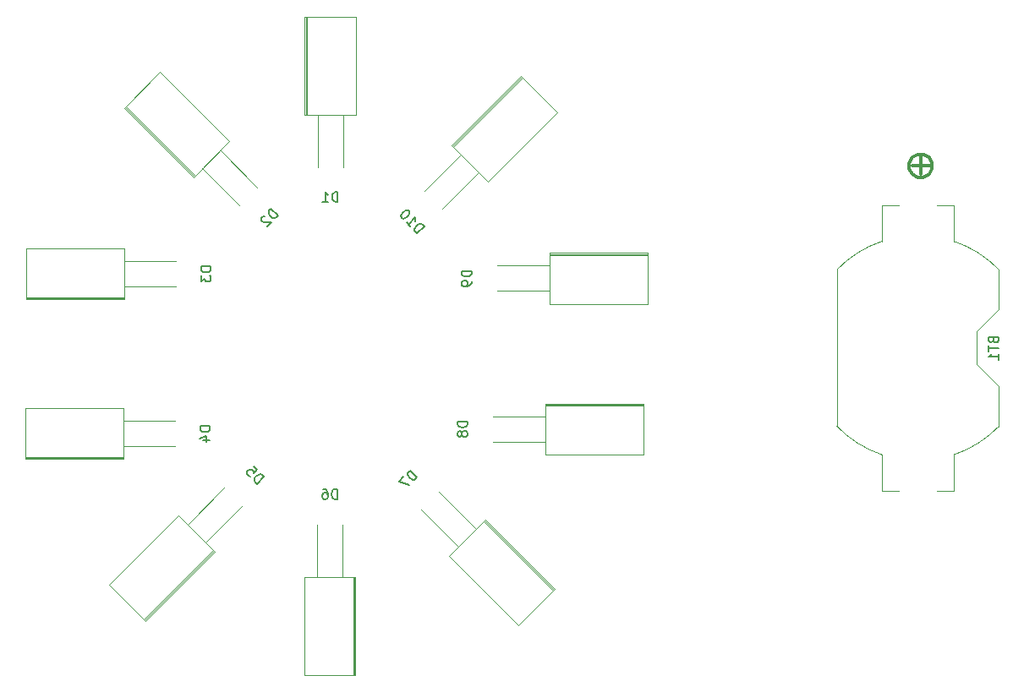
<source format=gbr>
%TF.GenerationSoftware,KiCad,Pcbnew,(5.1.9-0-10_14)*%
%TF.CreationDate,2021-08-25T11:14:01+08:00*%
%TF.ProjectId,osc_bjt_4017,6f73635f-626a-4745-9f34-3031372e6b69,rev?*%
%TF.SameCoordinates,Original*%
%TF.FileFunction,Legend,Bot*%
%TF.FilePolarity,Positive*%
%FSLAX46Y46*%
G04 Gerber Fmt 4.6, Leading zero omitted, Abs format (unit mm)*
G04 Created by KiCad (PCBNEW (5.1.9-0-10_14)) date 2021-08-25 11:14:01*
%MOMM*%
%LPD*%
G01*
G04 APERTURE LIST*
%ADD10C,0.120000*%
%ADD11C,0.150000*%
%ADD12C,0.300000*%
G04 APERTURE END LIST*
D10*
%TO.C,D10*%
X92535534Y-114940131D02*
X99479322Y-107996342D01*
X99479322Y-107996342D02*
X103099709Y-111616729D01*
X103099709Y-111616729D02*
X96155921Y-118560517D01*
X96155921Y-118560517D02*
X92535534Y-114940131D01*
X92620387Y-115024983D02*
X99564175Y-108081195D01*
X92705240Y-115109836D02*
X99649028Y-108166048D01*
X89763675Y-119536325D02*
X93447702Y-115852298D01*
X93447702Y-115852298D02*
X93447702Y-115852298D01*
X93447702Y-115852298D02*
X89763675Y-119536325D01*
X89763675Y-119536325D02*
X89763675Y-119536325D01*
X91559727Y-121332376D02*
X95243753Y-117648350D01*
X95243753Y-117648350D02*
X95243753Y-117648350D01*
X95243753Y-117648350D02*
X91559727Y-121332376D01*
X91559727Y-121332376D02*
X91559727Y-121332376D01*
%TO.C,D9*%
X102290000Y-125710000D02*
X112110000Y-125710000D01*
X112110000Y-125710000D02*
X112110000Y-130830000D01*
X112110000Y-130830000D02*
X102290000Y-130830000D01*
X102290000Y-130830000D02*
X102290000Y-125710000D01*
X102290000Y-125830000D02*
X112110000Y-125830000D01*
X102290000Y-125950000D02*
X112110000Y-125950000D01*
X97080000Y-127000000D02*
X102290000Y-127000000D01*
X102290000Y-127000000D02*
X102290000Y-127000000D01*
X102290000Y-127000000D02*
X97080000Y-127000000D01*
X97080000Y-127000000D02*
X97080000Y-127000000D01*
X97080000Y-129540000D02*
X102290000Y-129540000D01*
X102290000Y-129540000D02*
X102290000Y-129540000D01*
X102290000Y-129540000D02*
X97080000Y-129540000D01*
X97080000Y-129540000D02*
X97080000Y-129540000D01*
%TO.C,D8*%
X101890000Y-140810000D02*
X111710000Y-140810000D01*
X111710000Y-140810000D02*
X111710000Y-145930000D01*
X111710000Y-145930000D02*
X101890000Y-145930000D01*
X101890000Y-145930000D02*
X101890000Y-140810000D01*
X101890000Y-140930000D02*
X111710000Y-140930000D01*
X101890000Y-141050000D02*
X111710000Y-141050000D01*
X96680000Y-142100000D02*
X101890000Y-142100000D01*
X101890000Y-142100000D02*
X101890000Y-142100000D01*
X101890000Y-142100000D02*
X96680000Y-142100000D01*
X96680000Y-142100000D02*
X96680000Y-142100000D01*
X96680000Y-144640000D02*
X101890000Y-144640000D01*
X101890000Y-144640000D02*
X101890000Y-144640000D01*
X101890000Y-144640000D02*
X96680000Y-144640000D01*
X96680000Y-144640000D02*
X96680000Y-144640000D01*
%TO.C,D7*%
X95859869Y-152435534D02*
X102803658Y-159379322D01*
X102803658Y-159379322D02*
X99183271Y-162999709D01*
X99183271Y-162999709D02*
X92239483Y-156055921D01*
X92239483Y-156055921D02*
X95859869Y-152435534D01*
X95775017Y-152520387D02*
X102718805Y-159464175D01*
X95690164Y-152605240D02*
X102633952Y-159549028D01*
X91263675Y-149663675D02*
X94947702Y-153347702D01*
X94947702Y-153347702D02*
X94947702Y-153347702D01*
X94947702Y-153347702D02*
X91263675Y-149663675D01*
X91263675Y-149663675D02*
X91263675Y-149663675D01*
X89467624Y-151459727D02*
X93151650Y-155143753D01*
X93151650Y-155143753D02*
X93151650Y-155143753D01*
X93151650Y-155143753D02*
X89467624Y-151459727D01*
X89467624Y-151459727D02*
X89467624Y-151459727D01*
%TO.C,D6*%
X82890000Y-158190000D02*
X82890000Y-168010000D01*
X82890000Y-168010000D02*
X77770000Y-168010000D01*
X77770000Y-168010000D02*
X77770000Y-158190000D01*
X77770000Y-158190000D02*
X82890000Y-158190000D01*
X82770000Y-158190000D02*
X82770000Y-168010000D01*
X82650000Y-158190000D02*
X82650000Y-168010000D01*
X81600000Y-152980000D02*
X81600000Y-158190000D01*
X81600000Y-158190000D02*
X81600000Y-158190000D01*
X81600000Y-158190000D02*
X81600000Y-152980000D01*
X81600000Y-152980000D02*
X81600000Y-152980000D01*
X79060000Y-152980000D02*
X79060000Y-158190000D01*
X79060000Y-158190000D02*
X79060000Y-158190000D01*
X79060000Y-158190000D02*
X79060000Y-152980000D01*
X79060000Y-152980000D02*
X79060000Y-152980000D01*
%TO.C,D5*%
X68764466Y-155659869D02*
X61820678Y-162603658D01*
X61820678Y-162603658D02*
X58200291Y-158983271D01*
X58200291Y-158983271D02*
X65144079Y-152039483D01*
X65144079Y-152039483D02*
X68764466Y-155659869D01*
X68679613Y-155575017D02*
X61735825Y-162518805D01*
X68594760Y-155490164D02*
X61650972Y-162433952D01*
X71536325Y-151063675D02*
X67852298Y-154747702D01*
X67852298Y-154747702D02*
X67852298Y-154747702D01*
X67852298Y-154747702D02*
X71536325Y-151063675D01*
X71536325Y-151063675D02*
X71536325Y-151063675D01*
X69740273Y-149267624D02*
X66056247Y-152951650D01*
X66056247Y-152951650D02*
X66056247Y-152951650D01*
X66056247Y-152951650D02*
X69740273Y-149267624D01*
X69740273Y-149267624D02*
X69740273Y-149267624D01*
%TO.C,D4*%
X59610000Y-146390000D02*
X49790000Y-146390000D01*
X49790000Y-146390000D02*
X49790000Y-141270000D01*
X49790000Y-141270000D02*
X59610000Y-141270000D01*
X59610000Y-141270000D02*
X59610000Y-146390000D01*
X59610000Y-146270000D02*
X49790000Y-146270000D01*
X59610000Y-146150000D02*
X49790000Y-146150000D01*
X64820000Y-145100000D02*
X59610000Y-145100000D01*
X59610000Y-145100000D02*
X59610000Y-145100000D01*
X59610000Y-145100000D02*
X64820000Y-145100000D01*
X64820000Y-145100000D02*
X64820000Y-145100000D01*
X64820000Y-142560000D02*
X59610000Y-142560000D01*
X59610000Y-142560000D02*
X59610000Y-142560000D01*
X59610000Y-142560000D02*
X64820000Y-142560000D01*
X64820000Y-142560000D02*
X64820000Y-142560000D01*
%TO.C,D3*%
X59710000Y-130390000D02*
X49890000Y-130390000D01*
X49890000Y-130390000D02*
X49890000Y-125270000D01*
X49890000Y-125270000D02*
X59710000Y-125270000D01*
X59710000Y-125270000D02*
X59710000Y-130390000D01*
X59710000Y-130270000D02*
X49890000Y-130270000D01*
X59710000Y-130150000D02*
X49890000Y-130150000D01*
X64920000Y-129100000D02*
X59710000Y-129100000D01*
X59710000Y-129100000D02*
X59710000Y-129100000D01*
X59710000Y-129100000D02*
X64920000Y-129100000D01*
X64920000Y-129100000D02*
X64920000Y-129100000D01*
X64920000Y-126560000D02*
X59710000Y-126560000D01*
X59710000Y-126560000D02*
X59710000Y-126560000D01*
X59710000Y-126560000D02*
X64920000Y-126560000D01*
X64920000Y-126560000D02*
X64920000Y-126560000D01*
%TO.C,D2*%
X66640131Y-118164466D02*
X59696342Y-111220678D01*
X59696342Y-111220678D02*
X63316729Y-107600291D01*
X63316729Y-107600291D02*
X70260517Y-114544079D01*
X70260517Y-114544079D02*
X66640131Y-118164466D01*
X66724983Y-118079613D02*
X59781195Y-111135825D01*
X66809836Y-117994760D02*
X59866048Y-111050972D01*
X71236325Y-120936325D02*
X67552298Y-117252298D01*
X67552298Y-117252298D02*
X67552298Y-117252298D01*
X67552298Y-117252298D02*
X71236325Y-120936325D01*
X71236325Y-120936325D02*
X71236325Y-120936325D01*
X73032376Y-119140273D02*
X69348350Y-115456247D01*
X69348350Y-115456247D02*
X69348350Y-115456247D01*
X69348350Y-115456247D02*
X73032376Y-119140273D01*
X73032376Y-119140273D02*
X73032376Y-119140273D01*
%TO.C,D1*%
X77810000Y-111910000D02*
X77810000Y-102090000D01*
X77810000Y-102090000D02*
X82930000Y-102090000D01*
X82930000Y-102090000D02*
X82930000Y-111910000D01*
X82930000Y-111910000D02*
X77810000Y-111910000D01*
X77930000Y-111910000D02*
X77930000Y-102090000D01*
X78050000Y-111910000D02*
X78050000Y-102090000D01*
X79100000Y-117120000D02*
X79100000Y-111910000D01*
X79100000Y-111910000D02*
X79100000Y-111910000D01*
X79100000Y-111910000D02*
X79100000Y-117120000D01*
X79100000Y-117120000D02*
X79100000Y-117120000D01*
X81640000Y-117120000D02*
X81640000Y-111910000D01*
X81640000Y-111910000D02*
X81640000Y-111910000D01*
X81640000Y-111910000D02*
X81640000Y-117120000D01*
X81640000Y-117120000D02*
X81640000Y-117120000D01*
%TO.C,BT1*%
X135590000Y-120940000D02*
X135590000Y-124558000D01*
X137300000Y-120940000D02*
X135590000Y-120940000D01*
X131090000Y-127402700D02*
X131090000Y-143097300D01*
X137300000Y-149560000D02*
X135590000Y-149560000D01*
X135590000Y-145942000D02*
X135590000Y-149560000D01*
X142810000Y-149560000D02*
X142810000Y-145942000D01*
X141100000Y-149560000D02*
X142810000Y-149560000D01*
X147310000Y-143097300D02*
X147310000Y-139110000D01*
X145110000Y-136910000D02*
X147310000Y-139110000D01*
X145110000Y-136910000D02*
X145110000Y-133590000D01*
X145110000Y-133590000D02*
X147310000Y-131390000D01*
X147310000Y-131390000D02*
X147310000Y-127402700D01*
X142810000Y-124558000D02*
X142810000Y-120940000D01*
X141100000Y-120940000D02*
X142810000Y-120940000D01*
X131088211Y-127404630D02*
G75*
G02*
X135590000Y-124558000I8111789J-7845370D01*
G01*
X147311789Y-143095370D02*
G75*
G02*
X142810000Y-145942000I-8111789J7845370D01*
G01*
X131088211Y-143095370D02*
G75*
G03*
X135590000Y-145942000I8111789J7845370D01*
G01*
X147311789Y-127404630D02*
G75*
G03*
X142810000Y-124558000I-8111789J-7845370D01*
G01*
%TO.C,D10*%
D11*
X89050844Y-123762466D02*
X89757950Y-123055359D01*
X89589592Y-122887000D01*
X89454905Y-122819657D01*
X89320218Y-122819657D01*
X89219202Y-122853329D01*
X89050844Y-122954344D01*
X88949828Y-123055359D01*
X88848813Y-123223718D01*
X88815141Y-123324733D01*
X88815141Y-123459420D01*
X88882485Y-123594107D01*
X89050844Y-123762466D01*
X87973347Y-122684970D02*
X88377408Y-123089031D01*
X88175378Y-122887000D02*
X88882485Y-122179893D01*
X88848813Y-122348252D01*
X88848813Y-122482939D01*
X88882485Y-122583955D01*
X88242721Y-121540130D02*
X88175378Y-121472787D01*
X88074363Y-121439115D01*
X88007019Y-121439115D01*
X87906004Y-121472787D01*
X87737645Y-121573802D01*
X87569286Y-121742161D01*
X87468271Y-121910519D01*
X87434599Y-122011535D01*
X87434599Y-122078878D01*
X87468271Y-122179893D01*
X87535615Y-122247237D01*
X87636630Y-122280909D01*
X87703973Y-122280909D01*
X87804989Y-122247237D01*
X87973347Y-122146222D01*
X88141706Y-121977863D01*
X88242721Y-121809504D01*
X88276393Y-121708489D01*
X88276393Y-121641145D01*
X88242721Y-121540130D01*
%TO.C,D9*%
X94492380Y-127531904D02*
X93492380Y-127531904D01*
X93492380Y-127770000D01*
X93540000Y-127912857D01*
X93635238Y-128008095D01*
X93730476Y-128055714D01*
X93920952Y-128103333D01*
X94063809Y-128103333D01*
X94254285Y-128055714D01*
X94349523Y-128008095D01*
X94444761Y-127912857D01*
X94492380Y-127770000D01*
X94492380Y-127531904D01*
X94492380Y-128579523D02*
X94492380Y-128770000D01*
X94444761Y-128865238D01*
X94397142Y-128912857D01*
X94254285Y-129008095D01*
X94063809Y-129055714D01*
X93682857Y-129055714D01*
X93587619Y-129008095D01*
X93540000Y-128960476D01*
X93492380Y-128865238D01*
X93492380Y-128674761D01*
X93540000Y-128579523D01*
X93587619Y-128531904D01*
X93682857Y-128484285D01*
X93920952Y-128484285D01*
X94016190Y-128531904D01*
X94063809Y-128579523D01*
X94111428Y-128674761D01*
X94111428Y-128865238D01*
X94063809Y-128960476D01*
X94016190Y-129008095D01*
X93920952Y-129055714D01*
%TO.C,D8*%
X94092380Y-142631904D02*
X93092380Y-142631904D01*
X93092380Y-142870000D01*
X93140000Y-143012857D01*
X93235238Y-143108095D01*
X93330476Y-143155714D01*
X93520952Y-143203333D01*
X93663809Y-143203333D01*
X93854285Y-143155714D01*
X93949523Y-143108095D01*
X94044761Y-143012857D01*
X94092380Y-142870000D01*
X94092380Y-142631904D01*
X93520952Y-143774761D02*
X93473333Y-143679523D01*
X93425714Y-143631904D01*
X93330476Y-143584285D01*
X93282857Y-143584285D01*
X93187619Y-143631904D01*
X93140000Y-143679523D01*
X93092380Y-143774761D01*
X93092380Y-143965238D01*
X93140000Y-144060476D01*
X93187619Y-144108095D01*
X93282857Y-144155714D01*
X93330476Y-144155714D01*
X93425714Y-144108095D01*
X93473333Y-144060476D01*
X93520952Y-143965238D01*
X93520952Y-143774761D01*
X93568571Y-143679523D01*
X93616190Y-143631904D01*
X93711428Y-143584285D01*
X93901904Y-143584285D01*
X93997142Y-143631904D01*
X94044761Y-143679523D01*
X94092380Y-143774761D01*
X94092380Y-143965238D01*
X94044761Y-144060476D01*
X93997142Y-144108095D01*
X93901904Y-144155714D01*
X93711428Y-144155714D01*
X93616190Y-144108095D01*
X93568571Y-144060476D01*
X93520952Y-143965238D01*
%TO.C,D7*%
X89057838Y-148210065D02*
X88350732Y-147502958D01*
X88182373Y-147671317D01*
X88115029Y-147806004D01*
X88115029Y-147940691D01*
X88148701Y-148041706D01*
X88249716Y-148210065D01*
X88350732Y-148311080D01*
X88519090Y-148412096D01*
X88620106Y-148445767D01*
X88754793Y-148445767D01*
X88889480Y-148378424D01*
X89057838Y-148210065D01*
X87710968Y-148142721D02*
X87239564Y-148614126D01*
X88249716Y-149018187D01*
%TO.C,D6*%
X81068095Y-150392380D02*
X81068095Y-149392380D01*
X80830000Y-149392380D01*
X80687142Y-149440000D01*
X80591904Y-149535238D01*
X80544285Y-149630476D01*
X80496666Y-149820952D01*
X80496666Y-149963809D01*
X80544285Y-150154285D01*
X80591904Y-150249523D01*
X80687142Y-150344761D01*
X80830000Y-150392380D01*
X81068095Y-150392380D01*
X79639523Y-149392380D02*
X79830000Y-149392380D01*
X79925238Y-149440000D01*
X79972857Y-149487619D01*
X80068095Y-149630476D01*
X80115714Y-149820952D01*
X80115714Y-150201904D01*
X80068095Y-150297142D01*
X80020476Y-150344761D01*
X79925238Y-150392380D01*
X79734761Y-150392380D01*
X79639523Y-150344761D01*
X79591904Y-150297142D01*
X79544285Y-150201904D01*
X79544285Y-149963809D01*
X79591904Y-149868571D01*
X79639523Y-149820952D01*
X79734761Y-149773333D01*
X79925238Y-149773333D01*
X80020476Y-149820952D01*
X80068095Y-149868571D01*
X80115714Y-149963809D01*
%TO.C,D5*%
X72989934Y-148857838D02*
X73697041Y-148150732D01*
X73528682Y-147982373D01*
X73393995Y-147915029D01*
X73259308Y-147915029D01*
X73158293Y-147948701D01*
X72989934Y-148049716D01*
X72888919Y-148150732D01*
X72787904Y-148319090D01*
X72754232Y-148420106D01*
X72754232Y-148554793D01*
X72821575Y-148689480D01*
X72989934Y-148857838D01*
X72653216Y-147106907D02*
X72989934Y-147443625D01*
X72686888Y-147814014D01*
X72686888Y-147746670D01*
X72653216Y-147645655D01*
X72484858Y-147477296D01*
X72383842Y-147443625D01*
X72316499Y-147443625D01*
X72215484Y-147477296D01*
X72047125Y-147645655D01*
X72013453Y-147746670D01*
X72013453Y-147814014D01*
X72047125Y-147915029D01*
X72215484Y-148083388D01*
X72316499Y-148117060D01*
X72383842Y-148117060D01*
%TO.C,D4*%
X68312380Y-143091904D02*
X67312380Y-143091904D01*
X67312380Y-143330000D01*
X67360000Y-143472857D01*
X67455238Y-143568095D01*
X67550476Y-143615714D01*
X67740952Y-143663333D01*
X67883809Y-143663333D01*
X68074285Y-143615714D01*
X68169523Y-143568095D01*
X68264761Y-143472857D01*
X68312380Y-143330000D01*
X68312380Y-143091904D01*
X67645714Y-144520476D02*
X68312380Y-144520476D01*
X67264761Y-144282380D02*
X67979047Y-144044285D01*
X67979047Y-144663333D01*
%TO.C,D3*%
X68412380Y-127091904D02*
X67412380Y-127091904D01*
X67412380Y-127330000D01*
X67460000Y-127472857D01*
X67555238Y-127568095D01*
X67650476Y-127615714D01*
X67840952Y-127663333D01*
X67983809Y-127663333D01*
X68174285Y-127615714D01*
X68269523Y-127568095D01*
X68364761Y-127472857D01*
X68412380Y-127330000D01*
X68412380Y-127091904D01*
X67412380Y-127996666D02*
X67412380Y-128615714D01*
X67793333Y-128282380D01*
X67793333Y-128425238D01*
X67840952Y-128520476D01*
X67888571Y-128568095D01*
X67983809Y-128615714D01*
X68221904Y-128615714D01*
X68317142Y-128568095D01*
X68364761Y-128520476D01*
X68412380Y-128425238D01*
X68412380Y-128139523D01*
X68364761Y-128044285D01*
X68317142Y-127996666D01*
%TO.C,D2*%
X75125748Y-121985873D02*
X74418642Y-121278766D01*
X74250283Y-121447125D01*
X74182939Y-121581812D01*
X74182939Y-121716499D01*
X74216611Y-121817514D01*
X74317626Y-121985873D01*
X74418642Y-122086888D01*
X74587000Y-122187904D01*
X74688016Y-122221575D01*
X74822703Y-122221575D01*
X74957390Y-122154232D01*
X75125748Y-121985873D01*
X73812550Y-122019545D02*
X73745206Y-122019545D01*
X73644191Y-122053216D01*
X73475832Y-122221575D01*
X73442161Y-122322591D01*
X73442161Y-122389934D01*
X73475832Y-122490949D01*
X73543176Y-122558293D01*
X73677863Y-122625636D01*
X74485985Y-122625636D01*
X74048252Y-123063369D01*
%TO.C,D1*%
X81108095Y-120612380D02*
X81108095Y-119612380D01*
X80870000Y-119612380D01*
X80727142Y-119660000D01*
X80631904Y-119755238D01*
X80584285Y-119850476D01*
X80536666Y-120040952D01*
X80536666Y-120183809D01*
X80584285Y-120374285D01*
X80631904Y-120469523D01*
X80727142Y-120564761D01*
X80870000Y-120612380D01*
X81108095Y-120612380D01*
X79584285Y-120612380D02*
X80155714Y-120612380D01*
X79870000Y-120612380D02*
X79870000Y-119612380D01*
X79965238Y-119755238D01*
X80060476Y-119850476D01*
X80155714Y-119898095D01*
%TO.C,LS1*%
D12*
X138321428Y-116714285D02*
X138321428Y-117285714D01*
X138607142Y-117857142D01*
X139178571Y-118142857D01*
X139750000Y-118142857D01*
X140321428Y-117857142D01*
X140607142Y-117285714D01*
X140607142Y-116714285D01*
X140321428Y-116142857D01*
X139750000Y-115857142D01*
X139178571Y-115857142D01*
X138607142Y-116142857D01*
X138321428Y-116714285D01*
X139464285Y-116142857D02*
X139464285Y-117857142D01*
X138607142Y-117000000D02*
X140321428Y-117000000D01*
%TO.C,BT1*%
D11*
X146748571Y-134464285D02*
X146796190Y-134607142D01*
X146843809Y-134654761D01*
X146939047Y-134702380D01*
X147081904Y-134702380D01*
X147177142Y-134654761D01*
X147224761Y-134607142D01*
X147272380Y-134511904D01*
X147272380Y-134130952D01*
X146272380Y-134130952D01*
X146272380Y-134464285D01*
X146320000Y-134559523D01*
X146367619Y-134607142D01*
X146462857Y-134654761D01*
X146558095Y-134654761D01*
X146653333Y-134607142D01*
X146700952Y-134559523D01*
X146748571Y-134464285D01*
X146748571Y-134130952D01*
X146272380Y-134988095D02*
X146272380Y-135559523D01*
X147272380Y-135273809D02*
X146272380Y-135273809D01*
X147272380Y-136416666D02*
X147272380Y-135845238D01*
X147272380Y-136130952D02*
X146272380Y-136130952D01*
X146415238Y-136035714D01*
X146510476Y-135940476D01*
X146558095Y-135845238D01*
%TD*%
M02*

</source>
